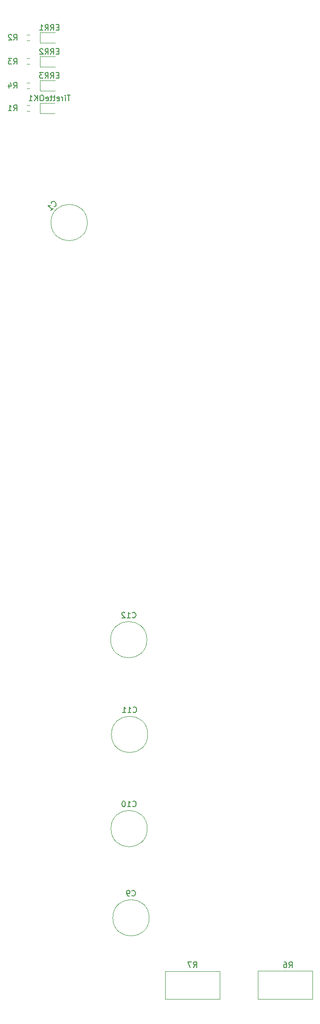
<source format=gbr>
%TF.GenerationSoftware,KiCad,Pcbnew,7.0.8*%
%TF.CreationDate,2023-11-15T00:13:47+01:00*%
%TF.ProjectId,main_board_v2,6d61696e-5f62-46f6-9172-645f76322e6b,rev?*%
%TF.SameCoordinates,Original*%
%TF.FileFunction,Legend,Bot*%
%TF.FilePolarity,Positive*%
%FSLAX46Y46*%
G04 Gerber Fmt 4.6, Leading zero omitted, Abs format (unit mm)*
G04 Created by KiCad (PCBNEW 7.0.8) date 2023-11-15 00:13:47*
%MOMM*%
%LPD*%
G01*
G04 APERTURE LIST*
%ADD10C,0.150000*%
%ADD11C,0.120000*%
G04 APERTURE END LIST*
D10*
X286008266Y-264815619D02*
X286341599Y-264339428D01*
X286579694Y-264815619D02*
X286579694Y-263815619D01*
X286579694Y-263815619D02*
X286198742Y-263815619D01*
X286198742Y-263815619D02*
X286103504Y-263863238D01*
X286103504Y-263863238D02*
X286055885Y-263910857D01*
X286055885Y-263910857D02*
X286008266Y-264006095D01*
X286008266Y-264006095D02*
X286008266Y-264148952D01*
X286008266Y-264148952D02*
X286055885Y-264244190D01*
X286055885Y-264244190D02*
X286103504Y-264291809D01*
X286103504Y-264291809D02*
X286198742Y-264339428D01*
X286198742Y-264339428D02*
X286579694Y-264339428D01*
X285674932Y-263815619D02*
X285008266Y-263815619D01*
X285008266Y-263815619D02*
X285436837Y-264815619D01*
X303188666Y-264868819D02*
X303521999Y-264392628D01*
X303760094Y-264868819D02*
X303760094Y-263868819D01*
X303760094Y-263868819D02*
X303379142Y-263868819D01*
X303379142Y-263868819D02*
X303283904Y-263916438D01*
X303283904Y-263916438D02*
X303236285Y-263964057D01*
X303236285Y-263964057D02*
X303188666Y-264059295D01*
X303188666Y-264059295D02*
X303188666Y-264202152D01*
X303188666Y-264202152D02*
X303236285Y-264297390D01*
X303236285Y-264297390D02*
X303283904Y-264345009D01*
X303283904Y-264345009D02*
X303379142Y-264392628D01*
X303379142Y-264392628D02*
X303760094Y-264392628D01*
X302331523Y-263868819D02*
X302521999Y-263868819D01*
X302521999Y-263868819D02*
X302617237Y-263916438D01*
X302617237Y-263916438D02*
X302664856Y-263964057D01*
X302664856Y-263964057D02*
X302760094Y-264106914D01*
X302760094Y-264106914D02*
X302807713Y-264297390D01*
X302807713Y-264297390D02*
X302807713Y-264678342D01*
X302807713Y-264678342D02*
X302760094Y-264773580D01*
X302760094Y-264773580D02*
X302712475Y-264821200D01*
X302712475Y-264821200D02*
X302617237Y-264868819D01*
X302617237Y-264868819D02*
X302426761Y-264868819D01*
X302426761Y-264868819D02*
X302331523Y-264821200D01*
X302331523Y-264821200D02*
X302283904Y-264773580D01*
X302283904Y-264773580D02*
X302236285Y-264678342D01*
X302236285Y-264678342D02*
X302236285Y-264440247D01*
X302236285Y-264440247D02*
X302283904Y-264345009D01*
X302283904Y-264345009D02*
X302331523Y-264297390D01*
X302331523Y-264297390D02*
X302426761Y-264249771D01*
X302426761Y-264249771D02*
X302617237Y-264249771D01*
X302617237Y-264249771D02*
X302712475Y-264297390D01*
X302712475Y-264297390D02*
X302760094Y-264345009D01*
X302760094Y-264345009D02*
X302807713Y-264440247D01*
X253658666Y-106626819D02*
X253991999Y-106150628D01*
X254230094Y-106626819D02*
X254230094Y-105626819D01*
X254230094Y-105626819D02*
X253849142Y-105626819D01*
X253849142Y-105626819D02*
X253753904Y-105674438D01*
X253753904Y-105674438D02*
X253706285Y-105722057D01*
X253706285Y-105722057D02*
X253658666Y-105817295D01*
X253658666Y-105817295D02*
X253658666Y-105960152D01*
X253658666Y-105960152D02*
X253706285Y-106055390D01*
X253706285Y-106055390D02*
X253753904Y-106103009D01*
X253753904Y-106103009D02*
X253849142Y-106150628D01*
X253849142Y-106150628D02*
X254230094Y-106150628D01*
X252801523Y-105960152D02*
X252801523Y-106626819D01*
X253039618Y-105579200D02*
X253277713Y-106293485D01*
X253277713Y-106293485D02*
X252658666Y-106293485D01*
X253658666Y-102308819D02*
X253991999Y-101832628D01*
X254230094Y-102308819D02*
X254230094Y-101308819D01*
X254230094Y-101308819D02*
X253849142Y-101308819D01*
X253849142Y-101308819D02*
X253753904Y-101356438D01*
X253753904Y-101356438D02*
X253706285Y-101404057D01*
X253706285Y-101404057D02*
X253658666Y-101499295D01*
X253658666Y-101499295D02*
X253658666Y-101642152D01*
X253658666Y-101642152D02*
X253706285Y-101737390D01*
X253706285Y-101737390D02*
X253753904Y-101785009D01*
X253753904Y-101785009D02*
X253849142Y-101832628D01*
X253849142Y-101832628D02*
X254230094Y-101832628D01*
X253325332Y-101308819D02*
X252706285Y-101308819D01*
X252706285Y-101308819D02*
X253039618Y-101689771D01*
X253039618Y-101689771D02*
X252896761Y-101689771D01*
X252896761Y-101689771D02*
X252801523Y-101737390D01*
X252801523Y-101737390D02*
X252753904Y-101785009D01*
X252753904Y-101785009D02*
X252706285Y-101880247D01*
X252706285Y-101880247D02*
X252706285Y-102118342D01*
X252706285Y-102118342D02*
X252753904Y-102213580D01*
X252753904Y-102213580D02*
X252801523Y-102261200D01*
X252801523Y-102261200D02*
X252896761Y-102308819D01*
X252896761Y-102308819D02*
X253182475Y-102308819D01*
X253182475Y-102308819D02*
X253277713Y-102261200D01*
X253277713Y-102261200D02*
X253325332Y-102213580D01*
X253658666Y-97990819D02*
X253991999Y-97514628D01*
X254230094Y-97990819D02*
X254230094Y-96990819D01*
X254230094Y-96990819D02*
X253849142Y-96990819D01*
X253849142Y-96990819D02*
X253753904Y-97038438D01*
X253753904Y-97038438D02*
X253706285Y-97086057D01*
X253706285Y-97086057D02*
X253658666Y-97181295D01*
X253658666Y-97181295D02*
X253658666Y-97324152D01*
X253658666Y-97324152D02*
X253706285Y-97419390D01*
X253706285Y-97419390D02*
X253753904Y-97467009D01*
X253753904Y-97467009D02*
X253849142Y-97514628D01*
X253849142Y-97514628D02*
X254230094Y-97514628D01*
X253277713Y-97086057D02*
X253230094Y-97038438D01*
X253230094Y-97038438D02*
X253134856Y-96990819D01*
X253134856Y-96990819D02*
X252896761Y-96990819D01*
X252896761Y-96990819D02*
X252801523Y-97038438D01*
X252801523Y-97038438D02*
X252753904Y-97086057D01*
X252753904Y-97086057D02*
X252706285Y-97181295D01*
X252706285Y-97181295D02*
X252706285Y-97276533D01*
X252706285Y-97276533D02*
X252753904Y-97419390D01*
X252753904Y-97419390D02*
X253325332Y-97990819D01*
X253325332Y-97990819D02*
X252706285Y-97990819D01*
X253658666Y-110690819D02*
X253991999Y-110214628D01*
X254230094Y-110690819D02*
X254230094Y-109690819D01*
X254230094Y-109690819D02*
X253849142Y-109690819D01*
X253849142Y-109690819D02*
X253753904Y-109738438D01*
X253753904Y-109738438D02*
X253706285Y-109786057D01*
X253706285Y-109786057D02*
X253658666Y-109881295D01*
X253658666Y-109881295D02*
X253658666Y-110024152D01*
X253658666Y-110024152D02*
X253706285Y-110119390D01*
X253706285Y-110119390D02*
X253753904Y-110167009D01*
X253753904Y-110167009D02*
X253849142Y-110214628D01*
X253849142Y-110214628D02*
X254230094Y-110214628D01*
X252706285Y-110690819D02*
X253277713Y-110690819D01*
X252991999Y-110690819D02*
X252991999Y-109690819D01*
X252991999Y-109690819D02*
X253087237Y-109833676D01*
X253087237Y-109833676D02*
X253182475Y-109928914D01*
X253182475Y-109928914D02*
X253277713Y-109976533D01*
X263857904Y-107912819D02*
X263286476Y-107912819D01*
X263572190Y-108912819D02*
X263572190Y-107912819D01*
X262953142Y-108912819D02*
X262953142Y-108246152D01*
X262953142Y-107912819D02*
X263000761Y-107960438D01*
X263000761Y-107960438D02*
X262953142Y-108008057D01*
X262953142Y-108008057D02*
X262905523Y-107960438D01*
X262905523Y-107960438D02*
X262953142Y-107912819D01*
X262953142Y-107912819D02*
X262953142Y-108008057D01*
X262476952Y-108912819D02*
X262476952Y-108246152D01*
X262476952Y-108436628D02*
X262429333Y-108341390D01*
X262429333Y-108341390D02*
X262381714Y-108293771D01*
X262381714Y-108293771D02*
X262286476Y-108246152D01*
X262286476Y-108246152D02*
X262191238Y-108246152D01*
X261476952Y-108865200D02*
X261572190Y-108912819D01*
X261572190Y-108912819D02*
X261762666Y-108912819D01*
X261762666Y-108912819D02*
X261857904Y-108865200D01*
X261857904Y-108865200D02*
X261905523Y-108769961D01*
X261905523Y-108769961D02*
X261905523Y-108389009D01*
X261905523Y-108389009D02*
X261857904Y-108293771D01*
X261857904Y-108293771D02*
X261762666Y-108246152D01*
X261762666Y-108246152D02*
X261572190Y-108246152D01*
X261572190Y-108246152D02*
X261476952Y-108293771D01*
X261476952Y-108293771D02*
X261429333Y-108389009D01*
X261429333Y-108389009D02*
X261429333Y-108484247D01*
X261429333Y-108484247D02*
X261905523Y-108579485D01*
X261143618Y-108246152D02*
X260762666Y-108246152D01*
X261000761Y-107912819D02*
X261000761Y-108769961D01*
X261000761Y-108769961D02*
X260953142Y-108865200D01*
X260953142Y-108865200D02*
X260857904Y-108912819D01*
X260857904Y-108912819D02*
X260762666Y-108912819D01*
X260572189Y-108246152D02*
X260191237Y-108246152D01*
X260429332Y-107912819D02*
X260429332Y-108769961D01*
X260429332Y-108769961D02*
X260381713Y-108865200D01*
X260381713Y-108865200D02*
X260286475Y-108912819D01*
X260286475Y-108912819D02*
X260191237Y-108912819D01*
X259476951Y-108865200D02*
X259572189Y-108912819D01*
X259572189Y-108912819D02*
X259762665Y-108912819D01*
X259762665Y-108912819D02*
X259857903Y-108865200D01*
X259857903Y-108865200D02*
X259905522Y-108769961D01*
X259905522Y-108769961D02*
X259905522Y-108389009D01*
X259905522Y-108389009D02*
X259857903Y-108293771D01*
X259857903Y-108293771D02*
X259762665Y-108246152D01*
X259762665Y-108246152D02*
X259572189Y-108246152D01*
X259572189Y-108246152D02*
X259476951Y-108293771D01*
X259476951Y-108293771D02*
X259429332Y-108389009D01*
X259429332Y-108389009D02*
X259429332Y-108484247D01*
X259429332Y-108484247D02*
X259905522Y-108579485D01*
X258810284Y-107912819D02*
X258619808Y-107912819D01*
X258619808Y-107912819D02*
X258524570Y-107960438D01*
X258524570Y-107960438D02*
X258429332Y-108055676D01*
X258429332Y-108055676D02*
X258381713Y-108246152D01*
X258381713Y-108246152D02*
X258381713Y-108579485D01*
X258381713Y-108579485D02*
X258429332Y-108769961D01*
X258429332Y-108769961D02*
X258524570Y-108865200D01*
X258524570Y-108865200D02*
X258619808Y-108912819D01*
X258619808Y-108912819D02*
X258810284Y-108912819D01*
X258810284Y-108912819D02*
X258905522Y-108865200D01*
X258905522Y-108865200D02*
X259000760Y-108769961D01*
X259000760Y-108769961D02*
X259048379Y-108579485D01*
X259048379Y-108579485D02*
X259048379Y-108246152D01*
X259048379Y-108246152D02*
X259000760Y-108055676D01*
X259000760Y-108055676D02*
X258905522Y-107960438D01*
X258905522Y-107960438D02*
X258810284Y-107912819D01*
X257953141Y-108912819D02*
X257953141Y-107912819D01*
X257381713Y-108912819D02*
X257810284Y-108341390D01*
X257381713Y-107912819D02*
X257953141Y-108484247D01*
X256429332Y-108912819D02*
X257000760Y-108912819D01*
X256715046Y-108912819D02*
X256715046Y-107912819D01*
X256715046Y-107912819D02*
X256810284Y-108055676D01*
X256810284Y-108055676D02*
X256905522Y-108150914D01*
X256905522Y-108150914D02*
X257000760Y-108198533D01*
X275171457Y-218869980D02*
X275219076Y-218917600D01*
X275219076Y-218917600D02*
X275361933Y-218965219D01*
X275361933Y-218965219D02*
X275457171Y-218965219D01*
X275457171Y-218965219D02*
X275600028Y-218917600D01*
X275600028Y-218917600D02*
X275695266Y-218822361D01*
X275695266Y-218822361D02*
X275742885Y-218727123D01*
X275742885Y-218727123D02*
X275790504Y-218536647D01*
X275790504Y-218536647D02*
X275790504Y-218393790D01*
X275790504Y-218393790D02*
X275742885Y-218203314D01*
X275742885Y-218203314D02*
X275695266Y-218108076D01*
X275695266Y-218108076D02*
X275600028Y-218012838D01*
X275600028Y-218012838D02*
X275457171Y-217965219D01*
X275457171Y-217965219D02*
X275361933Y-217965219D01*
X275361933Y-217965219D02*
X275219076Y-218012838D01*
X275219076Y-218012838D02*
X275171457Y-218060457D01*
X274219076Y-218965219D02*
X274790504Y-218965219D01*
X274504790Y-218965219D02*
X274504790Y-217965219D01*
X274504790Y-217965219D02*
X274600028Y-218108076D01*
X274600028Y-218108076D02*
X274695266Y-218203314D01*
X274695266Y-218203314D02*
X274790504Y-218250933D01*
X273266695Y-218965219D02*
X273838123Y-218965219D01*
X273552409Y-218965219D02*
X273552409Y-217965219D01*
X273552409Y-217965219D02*
X273647647Y-218108076D01*
X273647647Y-218108076D02*
X273742885Y-218203314D01*
X273742885Y-218203314D02*
X273838123Y-218250933D01*
X261786475Y-100007009D02*
X261453142Y-100007009D01*
X261310285Y-100530819D02*
X261786475Y-100530819D01*
X261786475Y-100530819D02*
X261786475Y-99530819D01*
X261786475Y-99530819D02*
X261310285Y-99530819D01*
X260310285Y-100530819D02*
X260643618Y-100054628D01*
X260881713Y-100530819D02*
X260881713Y-99530819D01*
X260881713Y-99530819D02*
X260500761Y-99530819D01*
X260500761Y-99530819D02*
X260405523Y-99578438D01*
X260405523Y-99578438D02*
X260357904Y-99626057D01*
X260357904Y-99626057D02*
X260310285Y-99721295D01*
X260310285Y-99721295D02*
X260310285Y-99864152D01*
X260310285Y-99864152D02*
X260357904Y-99959390D01*
X260357904Y-99959390D02*
X260405523Y-100007009D01*
X260405523Y-100007009D02*
X260500761Y-100054628D01*
X260500761Y-100054628D02*
X260881713Y-100054628D01*
X259310285Y-100530819D02*
X259643618Y-100054628D01*
X259881713Y-100530819D02*
X259881713Y-99530819D01*
X259881713Y-99530819D02*
X259500761Y-99530819D01*
X259500761Y-99530819D02*
X259405523Y-99578438D01*
X259405523Y-99578438D02*
X259357904Y-99626057D01*
X259357904Y-99626057D02*
X259310285Y-99721295D01*
X259310285Y-99721295D02*
X259310285Y-99864152D01*
X259310285Y-99864152D02*
X259357904Y-99959390D01*
X259357904Y-99959390D02*
X259405523Y-100007009D01*
X259405523Y-100007009D02*
X259500761Y-100054628D01*
X259500761Y-100054628D02*
X259881713Y-100054628D01*
X258929332Y-99626057D02*
X258881713Y-99578438D01*
X258881713Y-99578438D02*
X258786475Y-99530819D01*
X258786475Y-99530819D02*
X258548380Y-99530819D01*
X258548380Y-99530819D02*
X258453142Y-99578438D01*
X258453142Y-99578438D02*
X258405523Y-99626057D01*
X258405523Y-99626057D02*
X258357904Y-99721295D01*
X258357904Y-99721295D02*
X258357904Y-99816533D01*
X258357904Y-99816533D02*
X258405523Y-99959390D01*
X258405523Y-99959390D02*
X258976951Y-100530819D01*
X258976951Y-100530819D02*
X258357904Y-100530819D01*
X274949266Y-251864580D02*
X274996885Y-251912200D01*
X274996885Y-251912200D02*
X275139742Y-251959819D01*
X275139742Y-251959819D02*
X275234980Y-251959819D01*
X275234980Y-251959819D02*
X275377837Y-251912200D01*
X275377837Y-251912200D02*
X275473075Y-251816961D01*
X275473075Y-251816961D02*
X275520694Y-251721723D01*
X275520694Y-251721723D02*
X275568313Y-251531247D01*
X275568313Y-251531247D02*
X275568313Y-251388390D01*
X275568313Y-251388390D02*
X275520694Y-251197914D01*
X275520694Y-251197914D02*
X275473075Y-251102676D01*
X275473075Y-251102676D02*
X275377837Y-251007438D01*
X275377837Y-251007438D02*
X275234980Y-250959819D01*
X275234980Y-250959819D02*
X275139742Y-250959819D01*
X275139742Y-250959819D02*
X274996885Y-251007438D01*
X274996885Y-251007438D02*
X274949266Y-251055057D01*
X274473075Y-251959819D02*
X274282599Y-251959819D01*
X274282599Y-251959819D02*
X274187361Y-251912200D01*
X274187361Y-251912200D02*
X274139742Y-251864580D01*
X274139742Y-251864580D02*
X274044504Y-251721723D01*
X274044504Y-251721723D02*
X273996885Y-251531247D01*
X273996885Y-251531247D02*
X273996885Y-251150295D01*
X273996885Y-251150295D02*
X274044504Y-251055057D01*
X274044504Y-251055057D02*
X274092123Y-251007438D01*
X274092123Y-251007438D02*
X274187361Y-250959819D01*
X274187361Y-250959819D02*
X274377837Y-250959819D01*
X274377837Y-250959819D02*
X274473075Y-251007438D01*
X274473075Y-251007438D02*
X274520694Y-251055057D01*
X274520694Y-251055057D02*
X274568313Y-251150295D01*
X274568313Y-251150295D02*
X274568313Y-251388390D01*
X274568313Y-251388390D02*
X274520694Y-251483628D01*
X274520694Y-251483628D02*
X274473075Y-251531247D01*
X274473075Y-251531247D02*
X274377837Y-251578866D01*
X274377837Y-251578866D02*
X274187361Y-251578866D01*
X274187361Y-251578866D02*
X274092123Y-251531247D01*
X274092123Y-251531247D02*
X274044504Y-251483628D01*
X274044504Y-251483628D02*
X273996885Y-251388390D01*
X261786475Y-104325009D02*
X261453142Y-104325009D01*
X261310285Y-104848819D02*
X261786475Y-104848819D01*
X261786475Y-104848819D02*
X261786475Y-103848819D01*
X261786475Y-103848819D02*
X261310285Y-103848819D01*
X260310285Y-104848819D02*
X260643618Y-104372628D01*
X260881713Y-104848819D02*
X260881713Y-103848819D01*
X260881713Y-103848819D02*
X260500761Y-103848819D01*
X260500761Y-103848819D02*
X260405523Y-103896438D01*
X260405523Y-103896438D02*
X260357904Y-103944057D01*
X260357904Y-103944057D02*
X260310285Y-104039295D01*
X260310285Y-104039295D02*
X260310285Y-104182152D01*
X260310285Y-104182152D02*
X260357904Y-104277390D01*
X260357904Y-104277390D02*
X260405523Y-104325009D01*
X260405523Y-104325009D02*
X260500761Y-104372628D01*
X260500761Y-104372628D02*
X260881713Y-104372628D01*
X259310285Y-104848819D02*
X259643618Y-104372628D01*
X259881713Y-104848819D02*
X259881713Y-103848819D01*
X259881713Y-103848819D02*
X259500761Y-103848819D01*
X259500761Y-103848819D02*
X259405523Y-103896438D01*
X259405523Y-103896438D02*
X259357904Y-103944057D01*
X259357904Y-103944057D02*
X259310285Y-104039295D01*
X259310285Y-104039295D02*
X259310285Y-104182152D01*
X259310285Y-104182152D02*
X259357904Y-104277390D01*
X259357904Y-104277390D02*
X259405523Y-104325009D01*
X259405523Y-104325009D02*
X259500761Y-104372628D01*
X259500761Y-104372628D02*
X259881713Y-104372628D01*
X258976951Y-103848819D02*
X258357904Y-103848819D01*
X258357904Y-103848819D02*
X258691237Y-104229771D01*
X258691237Y-104229771D02*
X258548380Y-104229771D01*
X258548380Y-104229771D02*
X258453142Y-104277390D01*
X258453142Y-104277390D02*
X258405523Y-104325009D01*
X258405523Y-104325009D02*
X258357904Y-104420247D01*
X258357904Y-104420247D02*
X258357904Y-104658342D01*
X258357904Y-104658342D02*
X258405523Y-104753580D01*
X258405523Y-104753580D02*
X258453142Y-104801200D01*
X258453142Y-104801200D02*
X258548380Y-104848819D01*
X258548380Y-104848819D02*
X258834094Y-104848819D01*
X258834094Y-104848819D02*
X258929332Y-104801200D01*
X258929332Y-104801200D02*
X258976951Y-104753580D01*
X261786475Y-95689009D02*
X261453142Y-95689009D01*
X261310285Y-96212819D02*
X261786475Y-96212819D01*
X261786475Y-96212819D02*
X261786475Y-95212819D01*
X261786475Y-95212819D02*
X261310285Y-95212819D01*
X260310285Y-96212819D02*
X260643618Y-95736628D01*
X260881713Y-96212819D02*
X260881713Y-95212819D01*
X260881713Y-95212819D02*
X260500761Y-95212819D01*
X260500761Y-95212819D02*
X260405523Y-95260438D01*
X260405523Y-95260438D02*
X260357904Y-95308057D01*
X260357904Y-95308057D02*
X260310285Y-95403295D01*
X260310285Y-95403295D02*
X260310285Y-95546152D01*
X260310285Y-95546152D02*
X260357904Y-95641390D01*
X260357904Y-95641390D02*
X260405523Y-95689009D01*
X260405523Y-95689009D02*
X260500761Y-95736628D01*
X260500761Y-95736628D02*
X260881713Y-95736628D01*
X259310285Y-96212819D02*
X259643618Y-95736628D01*
X259881713Y-96212819D02*
X259881713Y-95212819D01*
X259881713Y-95212819D02*
X259500761Y-95212819D01*
X259500761Y-95212819D02*
X259405523Y-95260438D01*
X259405523Y-95260438D02*
X259357904Y-95308057D01*
X259357904Y-95308057D02*
X259310285Y-95403295D01*
X259310285Y-95403295D02*
X259310285Y-95546152D01*
X259310285Y-95546152D02*
X259357904Y-95641390D01*
X259357904Y-95641390D02*
X259405523Y-95689009D01*
X259405523Y-95689009D02*
X259500761Y-95736628D01*
X259500761Y-95736628D02*
X259881713Y-95736628D01*
X258357904Y-96212819D02*
X258929332Y-96212819D01*
X258643618Y-96212819D02*
X258643618Y-95212819D01*
X258643618Y-95212819D02*
X258738856Y-95355676D01*
X258738856Y-95355676D02*
X258834094Y-95450914D01*
X258834094Y-95450914D02*
X258929332Y-95498533D01*
X275084457Y-235811780D02*
X275132076Y-235859400D01*
X275132076Y-235859400D02*
X275274933Y-235907019D01*
X275274933Y-235907019D02*
X275370171Y-235907019D01*
X275370171Y-235907019D02*
X275513028Y-235859400D01*
X275513028Y-235859400D02*
X275608266Y-235764161D01*
X275608266Y-235764161D02*
X275655885Y-235668923D01*
X275655885Y-235668923D02*
X275703504Y-235478447D01*
X275703504Y-235478447D02*
X275703504Y-235335590D01*
X275703504Y-235335590D02*
X275655885Y-235145114D01*
X275655885Y-235145114D02*
X275608266Y-235049876D01*
X275608266Y-235049876D02*
X275513028Y-234954638D01*
X275513028Y-234954638D02*
X275370171Y-234907019D01*
X275370171Y-234907019D02*
X275274933Y-234907019D01*
X275274933Y-234907019D02*
X275132076Y-234954638D01*
X275132076Y-234954638D02*
X275084457Y-235002257D01*
X274132076Y-235907019D02*
X274703504Y-235907019D01*
X274417790Y-235907019D02*
X274417790Y-234907019D01*
X274417790Y-234907019D02*
X274513028Y-235049876D01*
X274513028Y-235049876D02*
X274608266Y-235145114D01*
X274608266Y-235145114D02*
X274703504Y-235192733D01*
X273513028Y-234907019D02*
X273417790Y-234907019D01*
X273417790Y-234907019D02*
X273322552Y-234954638D01*
X273322552Y-234954638D02*
X273274933Y-235002257D01*
X273274933Y-235002257D02*
X273227314Y-235097495D01*
X273227314Y-235097495D02*
X273179695Y-235287971D01*
X273179695Y-235287971D02*
X273179695Y-235526066D01*
X273179695Y-235526066D02*
X273227314Y-235716542D01*
X273227314Y-235716542D02*
X273274933Y-235811780D01*
X273274933Y-235811780D02*
X273322552Y-235859400D01*
X273322552Y-235859400D02*
X273417790Y-235907019D01*
X273417790Y-235907019D02*
X273513028Y-235907019D01*
X273513028Y-235907019D02*
X273608266Y-235859400D01*
X273608266Y-235859400D02*
X273655885Y-235811780D01*
X273655885Y-235811780D02*
X273703504Y-235716542D01*
X273703504Y-235716542D02*
X273751123Y-235526066D01*
X273751123Y-235526066D02*
X273751123Y-235287971D01*
X273751123Y-235287971D02*
X273703504Y-235097495D01*
X273703504Y-235097495D02*
X273655885Y-235002257D01*
X273655885Y-235002257D02*
X273608266Y-234954638D01*
X273608266Y-234954638D02*
X273513028Y-234907019D01*
X260984967Y-127907266D02*
X261052311Y-127907266D01*
X261052311Y-127907266D02*
X261186998Y-127839922D01*
X261186998Y-127839922D02*
X261254341Y-127772579D01*
X261254341Y-127772579D02*
X261321685Y-127637892D01*
X261321685Y-127637892D02*
X261321685Y-127503205D01*
X261321685Y-127503205D02*
X261288013Y-127402190D01*
X261288013Y-127402190D02*
X261186998Y-127233831D01*
X261186998Y-127233831D02*
X261085983Y-127132816D01*
X261085983Y-127132816D02*
X260917624Y-127031800D01*
X260917624Y-127031800D02*
X260816609Y-126998129D01*
X260816609Y-126998129D02*
X260681922Y-126998129D01*
X260681922Y-126998129D02*
X260547235Y-127065472D01*
X260547235Y-127065472D02*
X260479891Y-127132816D01*
X260479891Y-127132816D02*
X260412548Y-127267503D01*
X260412548Y-127267503D02*
X260412548Y-127334846D01*
X260378876Y-128648044D02*
X260782937Y-128243983D01*
X260580906Y-128446014D02*
X259873800Y-127738907D01*
X259873800Y-127738907D02*
X260042158Y-127772579D01*
X260042158Y-127772579D02*
X260176845Y-127772579D01*
X260176845Y-127772579D02*
X260277861Y-127738907D01*
X275019057Y-201826580D02*
X275066676Y-201874200D01*
X275066676Y-201874200D02*
X275209533Y-201921819D01*
X275209533Y-201921819D02*
X275304771Y-201921819D01*
X275304771Y-201921819D02*
X275447628Y-201874200D01*
X275447628Y-201874200D02*
X275542866Y-201778961D01*
X275542866Y-201778961D02*
X275590485Y-201683723D01*
X275590485Y-201683723D02*
X275638104Y-201493247D01*
X275638104Y-201493247D02*
X275638104Y-201350390D01*
X275638104Y-201350390D02*
X275590485Y-201159914D01*
X275590485Y-201159914D02*
X275542866Y-201064676D01*
X275542866Y-201064676D02*
X275447628Y-200969438D01*
X275447628Y-200969438D02*
X275304771Y-200921819D01*
X275304771Y-200921819D02*
X275209533Y-200921819D01*
X275209533Y-200921819D02*
X275066676Y-200969438D01*
X275066676Y-200969438D02*
X275019057Y-201017057D01*
X274066676Y-201921819D02*
X274638104Y-201921819D01*
X274352390Y-201921819D02*
X274352390Y-200921819D01*
X274352390Y-200921819D02*
X274447628Y-201064676D01*
X274447628Y-201064676D02*
X274542866Y-201159914D01*
X274542866Y-201159914D02*
X274638104Y-201207533D01*
X273685723Y-201017057D02*
X273638104Y-200969438D01*
X273638104Y-200969438D02*
X273542866Y-200921819D01*
X273542866Y-200921819D02*
X273304771Y-200921819D01*
X273304771Y-200921819D02*
X273209533Y-200969438D01*
X273209533Y-200969438D02*
X273161914Y-201017057D01*
X273161914Y-201017057D02*
X273114295Y-201112295D01*
X273114295Y-201112295D02*
X273114295Y-201207533D01*
X273114295Y-201207533D02*
X273161914Y-201350390D01*
X273161914Y-201350390D02*
X273733342Y-201921819D01*
X273733342Y-201921819D02*
X273114295Y-201921819D01*
D11*
%TO.C,R7*%
X290726600Y-270560800D02*
X280956600Y-270560800D01*
X290726600Y-265490800D02*
X290726600Y-270560800D01*
X280956600Y-265490800D02*
X280956600Y-270560800D01*
X290726600Y-265490800D02*
X280956600Y-265490800D01*
%TO.C,R6*%
X297629000Y-265430000D02*
X307399000Y-265430000D01*
X297629000Y-270500000D02*
X297629000Y-265430000D01*
X307399000Y-270500000D02*
X307399000Y-265430000D01*
X297629000Y-270500000D02*
X307399000Y-270500000D01*
%TO.C,R4*%
X256048742Y-106694500D02*
X256523258Y-106694500D01*
X256048742Y-105649500D02*
X256523258Y-105649500D01*
%TO.C,R3*%
X256048742Y-102291833D02*
X256523258Y-102291833D01*
X256048742Y-101246833D02*
X256523258Y-101246833D01*
%TO.C,R2*%
X256048742Y-98058500D02*
X256523258Y-98058500D01*
X256048742Y-97013500D02*
X256523258Y-97013500D01*
%TO.C,R1*%
X256048742Y-110758500D02*
X256523258Y-110758500D01*
X256048742Y-109713500D02*
X256523258Y-109713500D01*
%TO.C,TiretteOK1*%
X261056000Y-111196000D02*
X258371000Y-111196000D01*
X258371000Y-109276000D02*
X261056000Y-109276000D01*
X258371000Y-111196000D02*
X258371000Y-109276000D01*
%TO.C,C11*%
X277798600Y-222910400D02*
G75*
G03*
X277798600Y-222910400I-3270000J0D01*
G01*
%TO.C,ERR2*%
X258411000Y-102814000D02*
X258411000Y-100894000D01*
X258411000Y-100894000D02*
X261096000Y-100894000D01*
X261096000Y-102814000D02*
X258411000Y-102814000D01*
%TO.C,C9*%
X278052600Y-255905000D02*
G75*
G03*
X278052600Y-255905000I-3270000J0D01*
G01*
%TO.C,ERR3*%
X258411000Y-107132000D02*
X258411000Y-105212000D01*
X258411000Y-105212000D02*
X261096000Y-105212000D01*
X261096000Y-107132000D02*
X258411000Y-107132000D01*
%TO.C,ERR1*%
X258411000Y-98496000D02*
X258411000Y-96576000D01*
X258411000Y-96576000D02*
X261096000Y-96576000D01*
X261096000Y-98496000D02*
X258411000Y-98496000D01*
%TO.C,C10*%
X277711600Y-239852200D02*
G75*
G03*
X277711600Y-239852200I-3270000J0D01*
G01*
%TO.C,C1*%
X266922001Y-130810000D02*
G75*
G03*
X266922001Y-130810000I-3270001J0D01*
G01*
%TO.C,C12*%
X277646200Y-205867000D02*
G75*
G03*
X277646200Y-205867000I-3270000J0D01*
G01*
%TD*%
M02*

</source>
